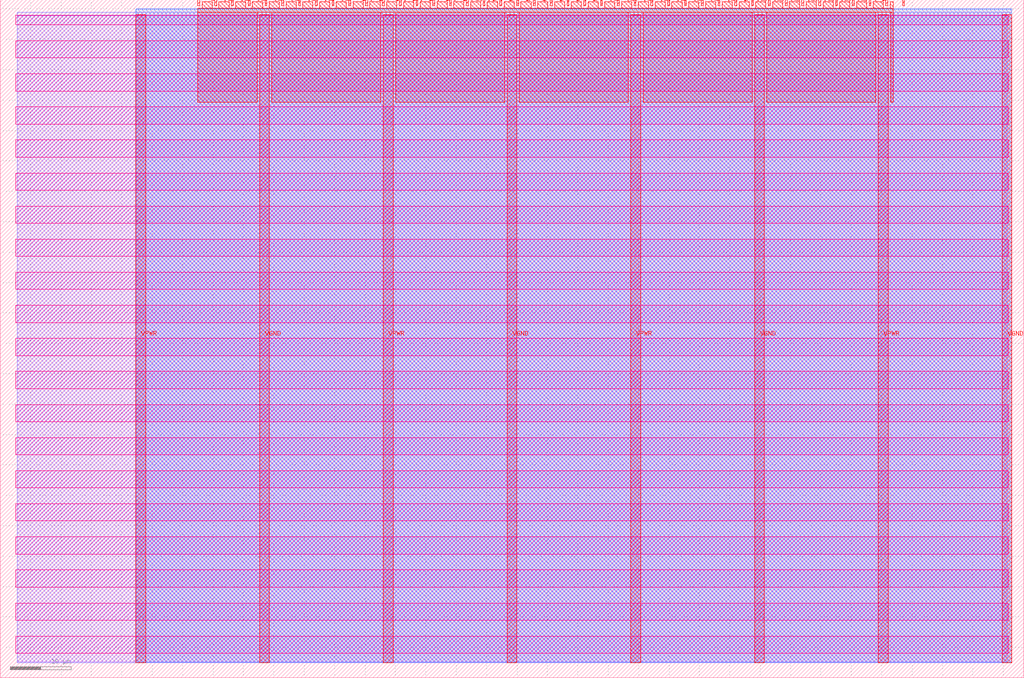
<source format=lef>
VERSION 5.7 ;
  NOWIREEXTENSIONATPIN ON ;
  DIVIDERCHAR "/" ;
  BUSBITCHARS "[]" ;
MACRO tt_um_reflex_game_dup
  CLASS BLOCK ;
  FOREIGN tt_um_reflex_game_dup ;
  ORIGIN 0.000 0.000 ;
  SIZE 168.360 BY 111.520 ;
  PIN VGND
    DIRECTION INOUT ;
    USE GROUND ;
    PORT
      LAYER met4 ;
        RECT 42.670 2.480 44.270 109.040 ;
    END
    PORT
      LAYER met4 ;
        RECT 83.380 2.480 84.980 109.040 ;
    END
    PORT
      LAYER met4 ;
        RECT 124.090 2.480 125.690 109.040 ;
    END
    PORT
      LAYER met4 ;
        RECT 164.800 2.480 166.400 109.040 ;
    END
  END VGND
  PIN VPWR
    DIRECTION INOUT ;
    USE POWER ;
    PORT
      LAYER met4 ;
        RECT 22.315 2.480 23.915 109.040 ;
    END
    PORT
      LAYER met4 ;
        RECT 63.025 2.480 64.625 109.040 ;
    END
    PORT
      LAYER met4 ;
        RECT 103.735 2.480 105.335 109.040 ;
    END
    PORT
      LAYER met4 ;
        RECT 144.445 2.480 146.045 109.040 ;
    END
  END VPWR
  PIN clk
    DIRECTION INPUT ;
    USE SIGNAL ;
    ANTENNAGATEAREA 0.852000 ;
    PORT
      LAYER met4 ;
        RECT 145.670 110.520 145.970 111.520 ;
    END
  END clk
  PIN ena
    DIRECTION INPUT ;
    USE SIGNAL ;
    PORT
      LAYER met4 ;
        RECT 148.430 110.520 148.730 111.520 ;
    END
  END ena
  PIN rst_n
    DIRECTION INPUT ;
    USE SIGNAL ;
    ANTENNAGATEAREA 0.213000 ;
    PORT
      LAYER met4 ;
        RECT 142.910 110.520 143.210 111.520 ;
    END
  END rst_n
  PIN ui_in[0]
    DIRECTION INPUT ;
    USE SIGNAL ;
    ANTENNAGATEAREA 0.196500 ;
    PORT
      LAYER met4 ;
        RECT 140.150 110.520 140.450 111.520 ;
    END
  END ui_in[0]
  PIN ui_in[1]
    DIRECTION INPUT ;
    USE SIGNAL ;
    ANTENNAGATEAREA 0.196500 ;
    PORT
      LAYER met4 ;
        RECT 137.390 110.520 137.690 111.520 ;
    END
  END ui_in[1]
  PIN ui_in[2]
    DIRECTION INPUT ;
    USE SIGNAL ;
    ANTENNAGATEAREA 0.196500 ;
    PORT
      LAYER met4 ;
        RECT 134.630 110.520 134.930 111.520 ;
    END
  END ui_in[2]
  PIN ui_in[3]
    DIRECTION INPUT ;
    USE SIGNAL ;
    ANTENNAGATEAREA 0.196500 ;
    PORT
      LAYER met4 ;
        RECT 131.870 110.520 132.170 111.520 ;
    END
  END ui_in[3]
  PIN ui_in[4]
    DIRECTION INPUT ;
    USE SIGNAL ;
    ANTENNAGATEAREA 0.196500 ;
    PORT
      LAYER met4 ;
        RECT 129.110 110.520 129.410 111.520 ;
    END
  END ui_in[4]
  PIN ui_in[5]
    DIRECTION INPUT ;
    USE SIGNAL ;
    ANTENNAGATEAREA 0.196500 ;
    PORT
      LAYER met4 ;
        RECT 126.350 110.520 126.650 111.520 ;
    END
  END ui_in[5]
  PIN ui_in[6]
    DIRECTION INPUT ;
    USE SIGNAL ;
    ANTENNAGATEAREA 0.196500 ;
    PORT
      LAYER met4 ;
        RECT 123.590 110.520 123.890 111.520 ;
    END
  END ui_in[6]
  PIN ui_in[7]
    DIRECTION INPUT ;
    USE SIGNAL ;
    ANTENNAGATEAREA 0.196500 ;
    PORT
      LAYER met4 ;
        RECT 120.830 110.520 121.130 111.520 ;
    END
  END ui_in[7]
  PIN uio_in[0]
    DIRECTION INPUT ;
    USE SIGNAL ;
    ANTENNAGATEAREA 0.213000 ;
    PORT
      LAYER met4 ;
        RECT 118.070 110.520 118.370 111.520 ;
    END
  END uio_in[0]
  PIN uio_in[1]
    DIRECTION INPUT ;
    USE SIGNAL ;
    PORT
      LAYER met4 ;
        RECT 115.310 110.520 115.610 111.520 ;
    END
  END uio_in[1]
  PIN uio_in[2]
    DIRECTION INPUT ;
    USE SIGNAL ;
    PORT
      LAYER met4 ;
        RECT 112.550 110.520 112.850 111.520 ;
    END
  END uio_in[2]
  PIN uio_in[3]
    DIRECTION INPUT ;
    USE SIGNAL ;
    PORT
      LAYER met4 ;
        RECT 109.790 110.520 110.090 111.520 ;
    END
  END uio_in[3]
  PIN uio_in[4]
    DIRECTION INPUT ;
    USE SIGNAL ;
    PORT
      LAYER met4 ;
        RECT 107.030 110.520 107.330 111.520 ;
    END
  END uio_in[4]
  PIN uio_in[5]
    DIRECTION INPUT ;
    USE SIGNAL ;
    PORT
      LAYER met4 ;
        RECT 104.270 110.520 104.570 111.520 ;
    END
  END uio_in[5]
  PIN uio_in[6]
    DIRECTION INPUT ;
    USE SIGNAL ;
    PORT
      LAYER met4 ;
        RECT 101.510 110.520 101.810 111.520 ;
    END
  END uio_in[6]
  PIN uio_in[7]
    DIRECTION INPUT ;
    USE SIGNAL ;
    PORT
      LAYER met4 ;
        RECT 98.750 110.520 99.050 111.520 ;
    END
  END uio_in[7]
  PIN uio_oe[0]
    DIRECTION OUTPUT TRISTATE ;
    USE SIGNAL ;
    PORT
      LAYER met4 ;
        RECT 51.830 110.520 52.130 111.520 ;
    END
  END uio_oe[0]
  PIN uio_oe[1]
    DIRECTION OUTPUT TRISTATE ;
    USE SIGNAL ;
    PORT
      LAYER met4 ;
        RECT 49.070 110.520 49.370 111.520 ;
    END
  END uio_oe[1]
  PIN uio_oe[2]
    DIRECTION OUTPUT TRISTATE ;
    USE SIGNAL ;
    PORT
      LAYER met4 ;
        RECT 46.310 110.520 46.610 111.520 ;
    END
  END uio_oe[2]
  PIN uio_oe[3]
    DIRECTION OUTPUT TRISTATE ;
    USE SIGNAL ;
    PORT
      LAYER met4 ;
        RECT 43.550 110.520 43.850 111.520 ;
    END
  END uio_oe[3]
  PIN uio_oe[4]
    DIRECTION OUTPUT TRISTATE ;
    USE SIGNAL ;
    PORT
      LAYER met4 ;
        RECT 40.790 110.520 41.090 111.520 ;
    END
  END uio_oe[4]
  PIN uio_oe[5]
    DIRECTION OUTPUT TRISTATE ;
    USE SIGNAL ;
    PORT
      LAYER met4 ;
        RECT 38.030 110.520 38.330 111.520 ;
    END
  END uio_oe[5]
  PIN uio_oe[6]
    DIRECTION OUTPUT TRISTATE ;
    USE SIGNAL ;
    PORT
      LAYER met4 ;
        RECT 35.270 110.520 35.570 111.520 ;
    END
  END uio_oe[6]
  PIN uio_oe[7]
    DIRECTION OUTPUT TRISTATE ;
    USE SIGNAL ;
    PORT
      LAYER met4 ;
        RECT 32.510 110.520 32.810 111.520 ;
    END
  END uio_oe[7]
  PIN uio_out[0]
    DIRECTION OUTPUT TRISTATE ;
    USE SIGNAL ;
    PORT
      LAYER met4 ;
        RECT 73.910 110.520 74.210 111.520 ;
    END
  END uio_out[0]
  PIN uio_out[1]
    DIRECTION OUTPUT TRISTATE ;
    USE SIGNAL ;
    ANTENNADIFFAREA 0.445500 ;
    PORT
      LAYER met4 ;
        RECT 71.150 110.520 71.450 111.520 ;
    END
  END uio_out[1]
  PIN uio_out[2]
    DIRECTION OUTPUT TRISTATE ;
    USE SIGNAL ;
    ANTENNADIFFAREA 0.445500 ;
    PORT
      LAYER met4 ;
        RECT 68.390 110.520 68.690 111.520 ;
    END
  END uio_out[2]
  PIN uio_out[3]
    DIRECTION OUTPUT TRISTATE ;
    USE SIGNAL ;
    PORT
      LAYER met4 ;
        RECT 65.630 110.520 65.930 111.520 ;
    END
  END uio_out[3]
  PIN uio_out[4]
    DIRECTION OUTPUT TRISTATE ;
    USE SIGNAL ;
    PORT
      LAYER met4 ;
        RECT 62.870 110.520 63.170 111.520 ;
    END
  END uio_out[4]
  PIN uio_out[5]
    DIRECTION OUTPUT TRISTATE ;
    USE SIGNAL ;
    PORT
      LAYER met4 ;
        RECT 60.110 110.520 60.410 111.520 ;
    END
  END uio_out[5]
  PIN uio_out[6]
    DIRECTION OUTPUT TRISTATE ;
    USE SIGNAL ;
    PORT
      LAYER met4 ;
        RECT 57.350 110.520 57.650 111.520 ;
    END
  END uio_out[6]
  PIN uio_out[7]
    DIRECTION OUTPUT TRISTATE ;
    USE SIGNAL ;
    PORT
      LAYER met4 ;
        RECT 54.590 110.520 54.890 111.520 ;
    END
  END uio_out[7]
  PIN uo_out[0]
    DIRECTION OUTPUT TRISTATE ;
    USE SIGNAL ;
    ANTENNAGATEAREA 0.252000 ;
    ANTENNADIFFAREA 0.891000 ;
    PORT
      LAYER met4 ;
        RECT 95.990 110.520 96.290 111.520 ;
    END
  END uo_out[0]
  PIN uo_out[1]
    DIRECTION OUTPUT TRISTATE ;
    USE SIGNAL ;
    ANTENNAGATEAREA 0.252000 ;
    ANTENNADIFFAREA 0.891000 ;
    PORT
      LAYER met4 ;
        RECT 93.230 110.520 93.530 111.520 ;
    END
  END uo_out[1]
  PIN uo_out[2]
    DIRECTION OUTPUT TRISTATE ;
    USE SIGNAL ;
    ANTENNAGATEAREA 0.252000 ;
    ANTENNADIFFAREA 0.891000 ;
    PORT
      LAYER met4 ;
        RECT 90.470 110.520 90.770 111.520 ;
    END
  END uo_out[2]
  PIN uo_out[3]
    DIRECTION OUTPUT TRISTATE ;
    USE SIGNAL ;
    ANTENNAGATEAREA 0.252000 ;
    ANTENNADIFFAREA 0.891000 ;
    PORT
      LAYER met4 ;
        RECT 87.710 110.520 88.010 111.520 ;
    END
  END uo_out[3]
  PIN uo_out[4]
    DIRECTION OUTPUT TRISTATE ;
    USE SIGNAL ;
    ANTENNAGATEAREA 0.252000 ;
    ANTENNADIFFAREA 0.891000 ;
    PORT
      LAYER met4 ;
        RECT 84.950 110.520 85.250 111.520 ;
    END
  END uo_out[4]
  PIN uo_out[5]
    DIRECTION OUTPUT TRISTATE ;
    USE SIGNAL ;
    ANTENNAGATEAREA 0.252000 ;
    ANTENNADIFFAREA 0.891000 ;
    PORT
      LAYER met4 ;
        RECT 82.190 110.520 82.490 111.520 ;
    END
  END uo_out[5]
  PIN uo_out[6]
    DIRECTION OUTPUT TRISTATE ;
    USE SIGNAL ;
    ANTENNAGATEAREA 0.252000 ;
    ANTENNADIFFAREA 0.445500 ;
    PORT
      LAYER met4 ;
        RECT 79.430 110.520 79.730 111.520 ;
    END
  END uo_out[6]
  PIN uo_out[7]
    DIRECTION OUTPUT TRISTATE ;
    USE SIGNAL ;
    ANTENNAGATEAREA 0.252000 ;
    ANTENNADIFFAREA 0.891000 ;
    PORT
      LAYER met4 ;
        RECT 76.670 110.520 76.970 111.520 ;
    END
  END uo_out[7]
  OBS
      LAYER nwell ;
        RECT 2.570 107.385 165.790 108.990 ;
        RECT 2.570 101.945 165.790 104.775 ;
        RECT 2.570 96.505 165.790 99.335 ;
        RECT 2.570 91.065 165.790 93.895 ;
        RECT 2.570 85.625 165.790 88.455 ;
        RECT 2.570 80.185 165.790 83.015 ;
        RECT 2.570 74.745 165.790 77.575 ;
        RECT 2.570 69.305 165.790 72.135 ;
        RECT 2.570 63.865 165.790 66.695 ;
        RECT 2.570 58.425 165.790 61.255 ;
        RECT 2.570 52.985 165.790 55.815 ;
        RECT 2.570 47.545 165.790 50.375 ;
        RECT 2.570 42.105 165.790 44.935 ;
        RECT 2.570 36.665 165.790 39.495 ;
        RECT 2.570 31.225 165.790 34.055 ;
        RECT 2.570 25.785 165.790 28.615 ;
        RECT 2.570 20.345 165.790 23.175 ;
        RECT 2.570 14.905 165.790 17.735 ;
        RECT 2.570 9.465 165.790 12.295 ;
        RECT 2.570 4.025 165.790 6.855 ;
      LAYER li1 ;
        RECT 2.760 2.635 165.600 108.885 ;
      LAYER met1 ;
        RECT 2.760 2.480 166.400 109.440 ;
      LAYER met2 ;
        RECT 22.345 2.535 166.370 110.005 ;
      LAYER met3 ;
        RECT 22.325 2.555 166.390 109.985 ;
      LAYER met4 ;
        RECT 33.210 110.120 34.870 111.170 ;
        RECT 35.970 110.120 37.630 111.170 ;
        RECT 38.730 110.120 40.390 111.170 ;
        RECT 41.490 110.120 43.150 111.170 ;
        RECT 44.250 110.120 45.910 111.170 ;
        RECT 47.010 110.120 48.670 111.170 ;
        RECT 49.770 110.120 51.430 111.170 ;
        RECT 52.530 110.120 54.190 111.170 ;
        RECT 55.290 110.120 56.950 111.170 ;
        RECT 58.050 110.120 59.710 111.170 ;
        RECT 60.810 110.120 62.470 111.170 ;
        RECT 63.570 110.120 65.230 111.170 ;
        RECT 66.330 110.120 67.990 111.170 ;
        RECT 69.090 110.120 70.750 111.170 ;
        RECT 71.850 110.120 73.510 111.170 ;
        RECT 74.610 110.120 76.270 111.170 ;
        RECT 77.370 110.120 79.030 111.170 ;
        RECT 80.130 110.120 81.790 111.170 ;
        RECT 82.890 110.120 84.550 111.170 ;
        RECT 85.650 110.120 87.310 111.170 ;
        RECT 88.410 110.120 90.070 111.170 ;
        RECT 91.170 110.120 92.830 111.170 ;
        RECT 93.930 110.120 95.590 111.170 ;
        RECT 96.690 110.120 98.350 111.170 ;
        RECT 99.450 110.120 101.110 111.170 ;
        RECT 102.210 110.120 103.870 111.170 ;
        RECT 104.970 110.120 106.630 111.170 ;
        RECT 107.730 110.120 109.390 111.170 ;
        RECT 110.490 110.120 112.150 111.170 ;
        RECT 113.250 110.120 114.910 111.170 ;
        RECT 116.010 110.120 117.670 111.170 ;
        RECT 118.770 110.120 120.430 111.170 ;
        RECT 121.530 110.120 123.190 111.170 ;
        RECT 124.290 110.120 125.950 111.170 ;
        RECT 127.050 110.120 128.710 111.170 ;
        RECT 129.810 110.120 131.470 111.170 ;
        RECT 132.570 110.120 134.230 111.170 ;
        RECT 135.330 110.120 136.990 111.170 ;
        RECT 138.090 110.120 139.750 111.170 ;
        RECT 140.850 110.120 142.510 111.170 ;
        RECT 143.610 110.120 145.270 111.170 ;
        RECT 146.370 110.120 146.905 111.170 ;
        RECT 32.495 109.440 146.905 110.120 ;
        RECT 32.495 94.695 42.270 109.440 ;
        RECT 44.670 94.695 62.625 109.440 ;
        RECT 65.025 94.695 82.980 109.440 ;
        RECT 85.380 94.695 103.335 109.440 ;
        RECT 105.735 94.695 123.690 109.440 ;
        RECT 126.090 94.695 144.045 109.440 ;
        RECT 146.445 94.695 146.905 109.440 ;
  END
END tt_um_reflex_game_dup
END LIBRARY


</source>
